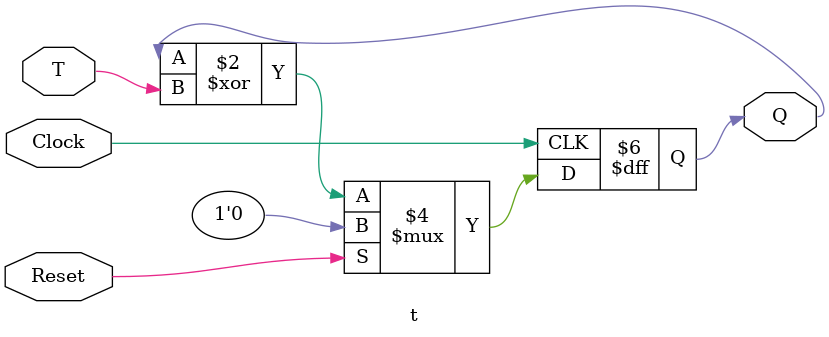
<source format=v>
`timescale 1ns / 1ns

module part1 (input Clock, input Enable, input Reset, output [7:0] CounterValue);

  wire [7:0] w;

  assign w[0] = Enable;
  assign w[1] = w[0] & CounterValue[0];
  assign w[2] = w[1] & CounterValue[1];
  assign w[3] = w[2] & CounterValue[2];
  assign w[4] = w[3] & CounterValue[3];
  assign w[5] = w[4] & CounterValue[4];
  assign w[6] = w[5] & CounterValue[5];
  assign w[7] = w[6] & CounterValue[6];

  t T0 (Clock, w[0], Reset, CounterValue[0]);
  t T1 (Clock, w[1], Reset, CounterValue[1]);
  t T2 (Clock, w[2], Reset, CounterValue[2]);
  t T3 (Clock, w[3], Reset, CounterValue[3]);
  t T4 (Clock, w[4], Reset, CounterValue[4]);
  t T5 (Clock, w[5], Reset, CounterValue[5]);
  t T6 (Clock, w[6], Reset, CounterValue[6]);
  t T7 (Clock, w[7], Reset, CounterValue[7]);
endmodule

module t (input Clock, input T, input Reset, output reg Q);
  always @(posedge Clock) 
  begin
    if (Reset) 
      Q <= 1'b0;
    else 
      Q <= Q ^ T; 
  end
endmodule
</source>
